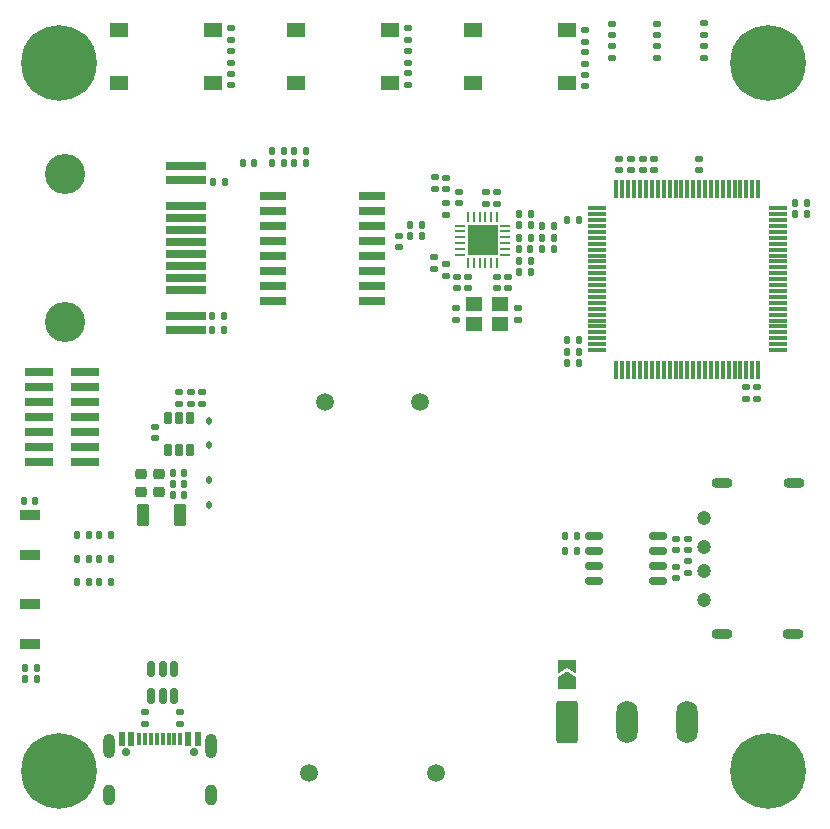
<source format=gbr>
%TF.GenerationSoftware,KiCad,Pcbnew,8.0.3-8.0.3-0~ubuntu22.04.1*%
%TF.CreationDate,2024-07-03T09:26:59+02:00*%
%TF.ProjectId,FabOS_MB,4661624f-535f-44d4-922e-6b696361645f,rev?*%
%TF.SameCoordinates,Original*%
%TF.FileFunction,Soldermask,Top*%
%TF.FilePolarity,Negative*%
%FSLAX46Y46*%
G04 Gerber Fmt 4.6, Leading zero omitted, Abs format (unit mm)*
G04 Created by KiCad (PCBNEW 8.0.3-8.0.3-0~ubuntu22.04.1) date 2024-07-03 09:26:59*
%MOMM*%
%LPD*%
G01*
G04 APERTURE LIST*
G04 Aperture macros list*
%AMRoundRect*
0 Rectangle with rounded corners*
0 $1 Rounding radius*
0 $2 $3 $4 $5 $6 $7 $8 $9 X,Y pos of 4 corners*
0 Add a 4 corners polygon primitive as box body*
4,1,4,$2,$3,$4,$5,$6,$7,$8,$9,$2,$3,0*
0 Add four circle primitives for the rounded corners*
1,1,$1+$1,$2,$3*
1,1,$1+$1,$4,$5*
1,1,$1+$1,$6,$7*
1,1,$1+$1,$8,$9*
0 Add four rect primitives between the rounded corners*
20,1,$1+$1,$2,$3,$4,$5,0*
20,1,$1+$1,$4,$5,$6,$7,0*
20,1,$1+$1,$6,$7,$8,$9,0*
20,1,$1+$1,$8,$9,$2,$3,0*%
%AMFreePoly0*
4,1,6,1.000000,0.000000,0.500000,-0.750000,-0.500000,-0.750000,-0.500000,0.750000,0.500000,0.750000,1.000000,0.000000,1.000000,0.000000,$1*%
%AMFreePoly1*
4,1,6,0.500000,-0.750000,-0.650000,-0.750000,-0.150000,0.000000,-0.650000,0.750000,0.500000,0.750000,0.500000,-0.750000,0.500000,-0.750000,$1*%
G04 Aperture macros list end*
%ADD10R,2.250000X0.750000*%
%ADD11RoundRect,0.140000X-0.170000X0.140000X-0.170000X-0.140000X0.170000X-0.140000X0.170000X0.140000X0*%
%ADD12RoundRect,0.140000X0.140000X0.170000X-0.140000X0.170000X-0.140000X-0.170000X0.140000X-0.170000X0*%
%ADD13RoundRect,0.140000X0.170000X-0.140000X0.170000X0.140000X-0.170000X0.140000X-0.170000X-0.140000X0*%
%ADD14RoundRect,0.135000X0.135000X0.185000X-0.135000X0.185000X-0.135000X-0.185000X0.135000X-0.185000X0*%
%ADD15RoundRect,0.147500X-0.147500X-0.172500X0.147500X-0.172500X0.147500X0.172500X-0.147500X0.172500X0*%
%ADD16RoundRect,0.135000X0.185000X-0.135000X0.185000X0.135000X-0.185000X0.135000X-0.185000X-0.135000X0*%
%ADD17RoundRect,0.135000X-0.135000X-0.185000X0.135000X-0.185000X0.135000X0.185000X-0.135000X0.185000X0*%
%ADD18RoundRect,0.112500X0.112500X-0.187500X0.112500X0.187500X-0.112500X0.187500X-0.112500X-0.187500X0*%
%ADD19RoundRect,0.150000X0.150000X-0.400000X0.150000X0.400000X-0.150000X0.400000X-0.150000X-0.400000X0*%
%ADD20RoundRect,0.135000X-0.185000X0.135000X-0.185000X-0.135000X0.185000X-0.135000X0.185000X0.135000X0*%
%ADD21FreePoly0,90.000000*%
%ADD22FreePoly1,90.000000*%
%ADD23RoundRect,0.152400X-0.609600X0.152400X-0.609600X-0.152400X0.609600X-0.152400X0.609600X0.152400X0*%
%ADD24RoundRect,0.147500X-0.172500X0.147500X-0.172500X-0.147500X0.172500X-0.147500X0.172500X0.147500X0*%
%ADD25RoundRect,0.140000X-0.140000X-0.170000X0.140000X-0.170000X0.140000X0.170000X-0.140000X0.170000X0*%
%ADD26RoundRect,0.250000X-0.650000X-1.550000X0.650000X-1.550000X0.650000X1.550000X-0.650000X1.550000X0*%
%ADD27O,1.800000X3.600000*%
%ADD28C,0.800000*%
%ADD29C,6.400000*%
%ADD30C,1.200000*%
%ADD31O,1.800000X0.900000*%
%ADD32R,1.550000X1.300000*%
%ADD33C,1.500000*%
%ADD34C,3.400000*%
%ADD35R,3.500000X0.700000*%
%ADD36R,3.500000X0.800000*%
%ADD37RoundRect,0.150000X0.150000X-0.512500X0.150000X0.512500X-0.150000X0.512500X-0.150000X-0.512500X0*%
%ADD38R,1.400000X1.200000*%
%ADD39RoundRect,0.250000X-0.275000X-0.700000X0.275000X-0.700000X0.275000X0.700000X-0.275000X0.700000X0*%
%ADD40R,0.600000X1.150000*%
%ADD41C,0.700000*%
%ADD42R,0.309000X1.140000*%
%ADD43O,1.000000X2.100000*%
%ADD44O,1.000000X1.800000*%
%ADD45R,1.700000X0.900000*%
%ADD46RoundRect,0.225000X0.250000X-0.225000X0.250000X0.225000X-0.250000X0.225000X-0.250000X-0.225000X0*%
%ADD47RoundRect,0.112500X-0.112500X0.187500X-0.112500X-0.187500X0.112500X-0.187500X0.112500X0.187500X0*%
%ADD48RoundRect,0.062500X0.062500X-0.375000X0.062500X0.375000X-0.062500X0.375000X-0.062500X-0.375000X0*%
%ADD49RoundRect,0.062500X0.375000X-0.062500X0.375000X0.062500X-0.375000X0.062500X-0.375000X-0.062500X0*%
%ADD50R,2.500000X2.500000*%
%ADD51R,2.400000X0.740000*%
%ADD52RoundRect,0.075000X-0.075000X0.725000X-0.075000X-0.725000X0.075000X-0.725000X0.075000X0.725000X0*%
%ADD53RoundRect,0.075000X-0.725000X0.075000X-0.725000X-0.075000X0.725000X-0.075000X0.725000X0.075000X0*%
G04 APERTURE END LIST*
D10*
%TO.C,U302*%
X126500000Y-120145000D03*
X126500000Y-118875000D03*
X126500000Y-117605000D03*
X126500000Y-116335000D03*
X126500000Y-115065000D03*
X126500000Y-113795000D03*
X126500000Y-112525000D03*
X126500000Y-111255000D03*
X118100000Y-111255000D03*
X118100000Y-112525000D03*
X118100000Y-113795000D03*
X118100000Y-115065000D03*
X118100000Y-116335000D03*
X118100000Y-117605000D03*
X118100000Y-118875000D03*
X118100000Y-120145000D03*
%TD*%
D11*
%TO.C,C610*%
X159110000Y-127470000D03*
X159110000Y-128430000D03*
%TD*%
D12*
%TO.C,C503*%
X110555000Y-136600000D03*
X109595000Y-136600000D03*
%TD*%
D13*
%TO.C,C303*%
X138820000Y-121760000D03*
X138820000Y-120800000D03*
%TD*%
D14*
%TO.C,R506*%
X104410000Y-142000000D03*
X103390000Y-142000000D03*
%TD*%
D15*
%TO.C,D505*%
X101515000Y-142000000D03*
X102485000Y-142000000D03*
%TD*%
D13*
%TO.C,C308*%
X133870000Y-111870000D03*
X133870000Y-110910000D03*
%TD*%
D16*
%TO.C,R604*%
X129500000Y-100010000D03*
X129500000Y-98990000D03*
%TD*%
D17*
%TO.C,R308*%
X138880000Y-117750000D03*
X139900000Y-117750000D03*
%TD*%
D12*
%TO.C,C602*%
X143980000Y-123500000D03*
X143020000Y-123500000D03*
%TD*%
D18*
%TO.C,D501*%
X112700000Y-132400000D03*
X112700000Y-130300000D03*
%TD*%
D16*
%TO.C,R608*%
X150622000Y-99572000D03*
X150622000Y-98552000D03*
%TD*%
D19*
%TO.C,U502*%
X109175000Y-132750000D03*
X110125000Y-132750000D03*
X111075000Y-132750000D03*
X111075000Y-130050000D03*
X110125000Y-130050000D03*
X109175000Y-130050000D03*
%TD*%
D20*
%TO.C,R314*%
X131700000Y-116400000D03*
X131700000Y-117420000D03*
%TD*%
D11*
%TO.C,C603*%
X158170000Y-127470000D03*
X158170000Y-128430000D03*
%TD*%
D21*
%TO.C,JP501*%
X143000000Y-152500000D03*
D22*
X143000000Y-151050000D03*
%TD*%
D12*
%TO.C,C304*%
X139860000Y-115750000D03*
X138900000Y-115750000D03*
%TD*%
%TO.C,C617*%
X143980000Y-124450000D03*
X143020000Y-124450000D03*
%TD*%
D11*
%TO.C,C302*%
X137025000Y-118140000D03*
X137025000Y-119100000D03*
%TD*%
D16*
%TO.C,R610*%
X146812000Y-99570000D03*
X146812000Y-98550000D03*
%TD*%
D23*
%TO.C,U201*%
X145260000Y-140090000D03*
X145260000Y-141360000D03*
X145260000Y-142630000D03*
X145260000Y-143900000D03*
X150721000Y-143900000D03*
X150721000Y-142630000D03*
X150721000Y-141360000D03*
X150721000Y-140090000D03*
%TD*%
D14*
%TO.C,R304*%
X139910000Y-112810000D03*
X138890000Y-112810000D03*
%TD*%
D17*
%TO.C,R322*%
X112940000Y-122650000D03*
X113960000Y-122650000D03*
%TD*%
D12*
%TO.C,C611*%
X143980000Y-113340000D03*
X143020000Y-113340000D03*
%TD*%
D11*
%TO.C,C616*%
X144500000Y-101020000D03*
X144500000Y-101980000D03*
%TD*%
D24*
%TO.C,D603*%
X146812000Y-96685000D03*
X146812000Y-97655000D03*
%TD*%
D20*
%TO.C,R609*%
X144500000Y-97190000D03*
X144500000Y-98210000D03*
%TD*%
D14*
%TO.C,R302*%
X139900000Y-116810000D03*
X138880000Y-116810000D03*
%TD*%
D11*
%TO.C,C504*%
X108075000Y-130820000D03*
X108075000Y-131780000D03*
%TD*%
D20*
%TO.C,R605*%
X129500000Y-97080000D03*
X129500000Y-98100000D03*
%TD*%
D13*
%TO.C,C307*%
X131770000Y-110660000D03*
X131770000Y-109700000D03*
%TD*%
D14*
%TO.C,R310*%
X139900000Y-114800000D03*
X138880000Y-114800000D03*
%TD*%
D16*
%TO.C,R602*%
X114500000Y-100020000D03*
X114500000Y-99000000D03*
%TD*%
%TO.C,R313*%
X132700000Y-112900000D03*
X132700000Y-111880000D03*
%TD*%
%TO.C,R607*%
X144500000Y-100110000D03*
X144500000Y-99090000D03*
%TD*%
D12*
%TO.C,C613*%
X143980000Y-125400000D03*
X143020000Y-125400000D03*
%TD*%
D17*
%TO.C,R202*%
X142790000Y-140090000D03*
X143810000Y-140090000D03*
%TD*%
D20*
%TO.C,R603*%
X114500000Y-97090000D03*
X114500000Y-98110000D03*
%TD*%
D16*
%TO.C,R501*%
X110125000Y-128860000D03*
X110125000Y-127840000D03*
%TD*%
D25*
%TO.C,C609*%
X162320000Y-112780000D03*
X163280000Y-112780000D03*
%TD*%
D24*
%TO.C,D601*%
X154559000Y-96670000D03*
X154559000Y-97640000D03*
%TD*%
%TO.C,FB301*%
X132700000Y-109715000D03*
X132700000Y-110685000D03*
%TD*%
D16*
%TO.C,R402*%
X110250000Y-156010000D03*
X110250000Y-154990000D03*
%TD*%
D20*
%TO.C,R306*%
X137030000Y-110960000D03*
X137030000Y-111980000D03*
%TD*%
D14*
%TO.C,R201*%
X143810000Y-141360000D03*
X142790000Y-141360000D03*
%TD*%
D26*
%TO.C,e501*%
X143000000Y-155800000D03*
D27*
X148080000Y-155800000D03*
X153160000Y-155800000D03*
%TD*%
D16*
%TO.C,R503*%
X112075000Y-128860000D03*
X112075000Y-127840000D03*
%TD*%
D25*
%TO.C,C618*%
X162320000Y-111860000D03*
X163280000Y-111860000D03*
%TD*%
D28*
%TO.C,H102*%
X157600000Y-100000000D03*
X158302944Y-98302944D03*
X158302944Y-101697056D03*
X160000000Y-97600000D03*
D29*
X160000000Y-100000000D03*
D28*
X160000000Y-102400000D03*
X161697056Y-98302944D03*
X161697056Y-101697056D03*
X162400000Y-100000000D03*
%TD*%
D16*
%TO.C,R502*%
X111125000Y-128860000D03*
X111125000Y-127840000D03*
%TD*%
D30*
%TO.C,J201*%
X154600000Y-138500000D03*
X154600000Y-141000000D03*
X154600000Y-143000000D03*
X154600000Y-145500000D03*
D31*
X156100000Y-148400000D03*
X162100000Y-148400000D03*
X156100000Y-135600000D03*
X162200000Y-135600000D03*
%TD*%
D13*
%TO.C,C201*%
X153200000Y-141280000D03*
X153200000Y-140320000D03*
%TD*%
D14*
%TO.C,R303*%
X139910000Y-113750000D03*
X138890000Y-113750000D03*
%TD*%
D32*
%TO.C,SW604*%
X127975000Y-101750000D03*
X120025000Y-101750000D03*
X127975000Y-97250000D03*
X120025000Y-97250000D03*
%TD*%
D14*
%TO.C,R316*%
X120910000Y-108500000D03*
X119890000Y-108500000D03*
%TD*%
D17*
%TO.C,R301*%
X140890000Y-115750000D03*
X141910000Y-115750000D03*
%TD*%
D11*
%TO.C,C612*%
X129500000Y-100890000D03*
X129500000Y-101850000D03*
%TD*%
D28*
%TO.C,H103*%
X157600000Y-160000000D03*
X158302944Y-158302944D03*
X158302944Y-161697056D03*
X160000000Y-157600000D03*
D29*
X160000000Y-160000000D03*
D28*
X160000000Y-162400000D03*
X161697056Y-158302944D03*
X161697056Y-161697056D03*
X162400000Y-160000000D03*
%TD*%
D15*
%TO.C,D503*%
X101515000Y-140000000D03*
X102485000Y-140000000D03*
%TD*%
D13*
%TO.C,C604*%
X154200000Y-109070000D03*
X154200000Y-108110000D03*
%TD*%
D17*
%TO.C,R318*%
X117980000Y-107500000D03*
X119000000Y-107500000D03*
%TD*%
D13*
%TO.C,C202*%
X152200000Y-141280000D03*
X152200000Y-140320000D03*
%TD*%
D25*
%TO.C,C501*%
X109595000Y-134700000D03*
X110555000Y-134700000D03*
%TD*%
D33*
%TO.C,U501*%
X131850000Y-160100000D03*
X121150000Y-160100000D03*
X122500000Y-128700000D03*
X130500000Y-128700000D03*
%TD*%
D14*
%TO.C,R504*%
X104400000Y-140000000D03*
X103380000Y-140000000D03*
%TD*%
D34*
%TO.C,J301*%
X100500000Y-109450000D03*
X100500000Y-121950000D03*
D35*
X110700000Y-119270000D03*
X110700000Y-118250000D03*
X110700000Y-117230000D03*
X110700000Y-116210000D03*
X110700000Y-115190000D03*
X110700000Y-114170000D03*
X110700000Y-113150000D03*
X110700000Y-112130000D03*
D36*
X110700000Y-109960000D03*
X110700000Y-108750000D03*
X110700000Y-122650000D03*
X110700000Y-121440000D03*
%TD*%
D17*
%TO.C,R320*%
X113030000Y-110109000D03*
X114050000Y-110109000D03*
%TD*%
D28*
%TO.C,H104*%
X97600000Y-160000000D03*
X98302944Y-158302944D03*
X98302944Y-161697056D03*
X100000000Y-157600000D03*
D29*
X100000000Y-160000000D03*
D28*
X100000000Y-162400000D03*
X101697056Y-158302944D03*
X101697056Y-161697056D03*
X102400000Y-160000000D03*
%TD*%
D11*
%TO.C,C306*%
X128750000Y-114660000D03*
X128750000Y-115620000D03*
%TD*%
D37*
%TO.C,U401*%
X107800000Y-153600000D03*
X108750000Y-153600000D03*
X109700000Y-153600000D03*
X109700000Y-151325000D03*
X108750000Y-151325000D03*
X107800000Y-151325000D03*
%TD*%
D38*
%TO.C,Y301*%
X137320000Y-120430000D03*
X135120000Y-120430000D03*
X135120000Y-122130000D03*
X137320000Y-122130000D03*
%TD*%
D13*
%TO.C,C606*%
X150370000Y-109090000D03*
X150370000Y-108130000D03*
%TD*%
D32*
%TO.C,SW603*%
X112975000Y-101750000D03*
X105025000Y-101750000D03*
X112975000Y-97250000D03*
X105025000Y-97250000D03*
%TD*%
D11*
%TO.C,C309*%
X134630000Y-118140000D03*
X134630000Y-119100000D03*
%TD*%
D39*
%TO.C,L501*%
X107050000Y-138300000D03*
X110200000Y-138300000D03*
%TD*%
D40*
%TO.C,J401*%
X105300000Y-157255000D03*
D41*
X105610000Y-158320000D03*
X111390000Y-158320000D03*
D40*
X111700000Y-157255000D03*
X106100000Y-157255000D03*
X110900000Y-157255000D03*
D42*
X107250000Y-157255000D03*
X108250000Y-157255000D03*
X108750000Y-157255000D03*
X109750000Y-157255000D03*
X110250000Y-157255000D03*
X109250000Y-157255000D03*
X107750000Y-157255000D03*
X106750000Y-157255000D03*
D43*
X104180000Y-157820000D03*
D44*
X104180000Y-162000000D03*
D43*
X112820000Y-157820000D03*
D44*
X112820000Y-162000000D03*
%TD*%
D17*
%TO.C,R309*%
X140890000Y-113830000D03*
X141910000Y-113830000D03*
%TD*%
D16*
%TO.C,R401*%
X107250000Y-156010000D03*
X107250000Y-154990000D03*
%TD*%
D17*
%TO.C,R321*%
X112950000Y-121440000D03*
X113970000Y-121440000D03*
%TD*%
D13*
%TO.C,C310*%
X133660000Y-119100000D03*
X133660000Y-118140000D03*
%TD*%
D12*
%TO.C,C312*%
X116500000Y-108500000D03*
X115540000Y-108500000D03*
%TD*%
D20*
%TO.C,R305*%
X136090000Y-110960000D03*
X136090000Y-111980000D03*
%TD*%
D45*
%TO.C,SW602*%
X97500000Y-141700000D03*
X97500000Y-138300000D03*
%TD*%
D28*
%TO.C,H101*%
X97600000Y-100000000D03*
X98302944Y-98302944D03*
X98302944Y-101697056D03*
X100000000Y-97600000D03*
D29*
X100000000Y-100000000D03*
D28*
X100000000Y-102400000D03*
X101697056Y-98302944D03*
X101697056Y-101697056D03*
X102400000Y-100000000D03*
%TD*%
D14*
%TO.C,R317*%
X120900000Y-107500000D03*
X119880000Y-107500000D03*
%TD*%
D46*
%TO.C,C505*%
X108425000Y-136375000D03*
X108425000Y-134825000D03*
%TD*%
D14*
%TO.C,R505*%
X104400000Y-144000000D03*
X103380000Y-144000000D03*
%TD*%
D11*
%TO.C,C608*%
X114500000Y-100920000D03*
X114500000Y-101880000D03*
%TD*%
D47*
%TO.C,D502*%
X112700000Y-135350000D03*
X112700000Y-137450000D03*
%TD*%
D12*
%TO.C,C601*%
X98080000Y-152150000D03*
X97120000Y-152150000D03*
%TD*%
D48*
%TO.C,U301*%
X134580000Y-116967500D03*
X135080000Y-116967500D03*
X135580000Y-116967500D03*
X136080000Y-116967500D03*
X136580000Y-116967500D03*
X137080000Y-116967500D03*
D49*
X137767500Y-116280000D03*
X137767500Y-115780000D03*
X137767500Y-115280000D03*
X137767500Y-114780000D03*
X137767500Y-114280000D03*
X137767500Y-113780000D03*
D48*
X137080000Y-113092500D03*
X136580000Y-113092500D03*
X136080000Y-113092500D03*
X135580000Y-113092500D03*
X135080000Y-113092500D03*
X134580000Y-113092500D03*
D49*
X133892500Y-113780000D03*
X133892500Y-114280000D03*
X133892500Y-114780000D03*
X133892500Y-115280000D03*
X133892500Y-115780000D03*
X133892500Y-116280000D03*
D50*
X135830000Y-115030000D03*
%TD*%
D13*
%TO.C,C614*%
X147400000Y-109110000D03*
X147400000Y-108150000D03*
%TD*%
D11*
%TO.C,C203*%
X152200000Y-142700000D03*
X152200000Y-143660000D03*
%TD*%
D46*
%TO.C,C506*%
X106925000Y-136375000D03*
X106925000Y-134825000D03*
%TD*%
D25*
%TO.C,C605*%
X97020000Y-137100000D03*
X97980000Y-137100000D03*
%TD*%
D13*
%TO.C,C615*%
X148400000Y-109100000D03*
X148400000Y-108140000D03*
%TD*%
D51*
%TO.C,J601*%
X98300000Y-126190000D03*
X102200000Y-126190000D03*
X98300000Y-127460000D03*
X102200000Y-127460000D03*
X98300000Y-128730000D03*
X102200000Y-128730000D03*
X98300000Y-130000000D03*
X102200000Y-130000000D03*
X98300000Y-131270000D03*
X102200000Y-131270000D03*
X98300000Y-132540000D03*
X102200000Y-132540000D03*
X98300000Y-133810000D03*
X102200000Y-133810000D03*
%TD*%
D17*
%TO.C,R601*%
X97090000Y-151200000D03*
X98110000Y-151200000D03*
%TD*%
D20*
%TO.C,R312*%
X132700000Y-117020000D03*
X132700000Y-118040000D03*
%TD*%
D17*
%TO.C,R307*%
X140890000Y-114800000D03*
X141910000Y-114800000D03*
%TD*%
D16*
%TO.C,R606*%
X154559000Y-99568000D03*
X154559000Y-98548000D03*
%TD*%
D24*
%TO.C,D602*%
X150622000Y-96687000D03*
X150622000Y-97657000D03*
%TD*%
D17*
%TO.C,R311*%
X129680000Y-113700000D03*
X130700000Y-113700000D03*
%TD*%
D14*
%TO.C,R315*%
X130700000Y-114700000D03*
X129680000Y-114700000D03*
%TD*%
D13*
%TO.C,C607*%
X149390000Y-109090000D03*
X149390000Y-108130000D03*
%TD*%
D52*
%TO.C,U601*%
X159170000Y-110645000D03*
X158670000Y-110645000D03*
X158170000Y-110645000D03*
X157670000Y-110645000D03*
X157170000Y-110645000D03*
X156670000Y-110645000D03*
X156170000Y-110645000D03*
X155670000Y-110645000D03*
X155170000Y-110645000D03*
X154670000Y-110645000D03*
X154170000Y-110645000D03*
X153670000Y-110645000D03*
X153170000Y-110645000D03*
X152670000Y-110645000D03*
X152170000Y-110645000D03*
X151670000Y-110645000D03*
X151170000Y-110645000D03*
X150670000Y-110645000D03*
X150170000Y-110645000D03*
X149670000Y-110645000D03*
X149170000Y-110645000D03*
X148670000Y-110645000D03*
X148170000Y-110645000D03*
X147670000Y-110645000D03*
X147170000Y-110645000D03*
D53*
X145495000Y-112320000D03*
X145495000Y-112820000D03*
X145495000Y-113320000D03*
X145495000Y-113820000D03*
X145495000Y-114320000D03*
X145495000Y-114820000D03*
X145495000Y-115320000D03*
X145495000Y-115820000D03*
X145495000Y-116320000D03*
X145495000Y-116820000D03*
X145495000Y-117320000D03*
X145495000Y-117820000D03*
X145495000Y-118320000D03*
X145495000Y-118820000D03*
X145495000Y-119320000D03*
X145495000Y-119820000D03*
X145495000Y-120320000D03*
X145495000Y-120820000D03*
X145495000Y-121320000D03*
X145495000Y-121820000D03*
X145495000Y-122320000D03*
X145495000Y-122820000D03*
X145495000Y-123320000D03*
X145495000Y-123820000D03*
X145495000Y-124320000D03*
D52*
X147170000Y-125995000D03*
X147670000Y-125995000D03*
X148170000Y-125995000D03*
X148670000Y-125995000D03*
X149170000Y-125995000D03*
X149670000Y-125995000D03*
X150170000Y-125995000D03*
X150670000Y-125995000D03*
X151170000Y-125995000D03*
X151670000Y-125995000D03*
X152170000Y-125995000D03*
X152670000Y-125995000D03*
X153170000Y-125995000D03*
X153670000Y-125995000D03*
X154170000Y-125995000D03*
X154670000Y-125995000D03*
X155170000Y-125995000D03*
X155670000Y-125995000D03*
X156170000Y-125995000D03*
X156670000Y-125995000D03*
X157170000Y-125995000D03*
X157670000Y-125995000D03*
X158170000Y-125995000D03*
X158670000Y-125995000D03*
X159170000Y-125995000D03*
D53*
X160845000Y-124320000D03*
X160845000Y-123820000D03*
X160845000Y-123320000D03*
X160845000Y-122820000D03*
X160845000Y-122320000D03*
X160845000Y-121820000D03*
X160845000Y-121320000D03*
X160845000Y-120820000D03*
X160845000Y-120320000D03*
X160845000Y-119820000D03*
X160845000Y-119320000D03*
X160845000Y-118820000D03*
X160845000Y-118320000D03*
X160845000Y-117820000D03*
X160845000Y-117320000D03*
X160845000Y-116820000D03*
X160845000Y-116320000D03*
X160845000Y-115820000D03*
X160845000Y-115320000D03*
X160845000Y-114820000D03*
X160845000Y-114320000D03*
X160845000Y-113820000D03*
X160845000Y-113320000D03*
X160845000Y-112820000D03*
X160845000Y-112320000D03*
%TD*%
D45*
%TO.C,SW601*%
X97500000Y-149200000D03*
X97500000Y-145800000D03*
%TD*%
D12*
%TO.C,C502*%
X110555000Y-135650000D03*
X109595000Y-135650000D03*
%TD*%
D15*
%TO.C,D504*%
X101515000Y-144000000D03*
X102485000Y-144000000D03*
%TD*%
D13*
%TO.C,C301*%
X137995000Y-119100000D03*
X137995000Y-118140000D03*
%TD*%
D20*
%TO.C,R203*%
X153200000Y-142180000D03*
X153200000Y-143200000D03*
%TD*%
D17*
%TO.C,R319*%
X117980000Y-108500000D03*
X119000000Y-108500000D03*
%TD*%
D11*
%TO.C,C305*%
X133620000Y-120800000D03*
X133620000Y-121760000D03*
%TD*%
D32*
%TO.C,SW605*%
X142975000Y-101750000D03*
X135025000Y-101750000D03*
X142975000Y-97250000D03*
X135025000Y-97250000D03*
%TD*%
M02*

</source>
